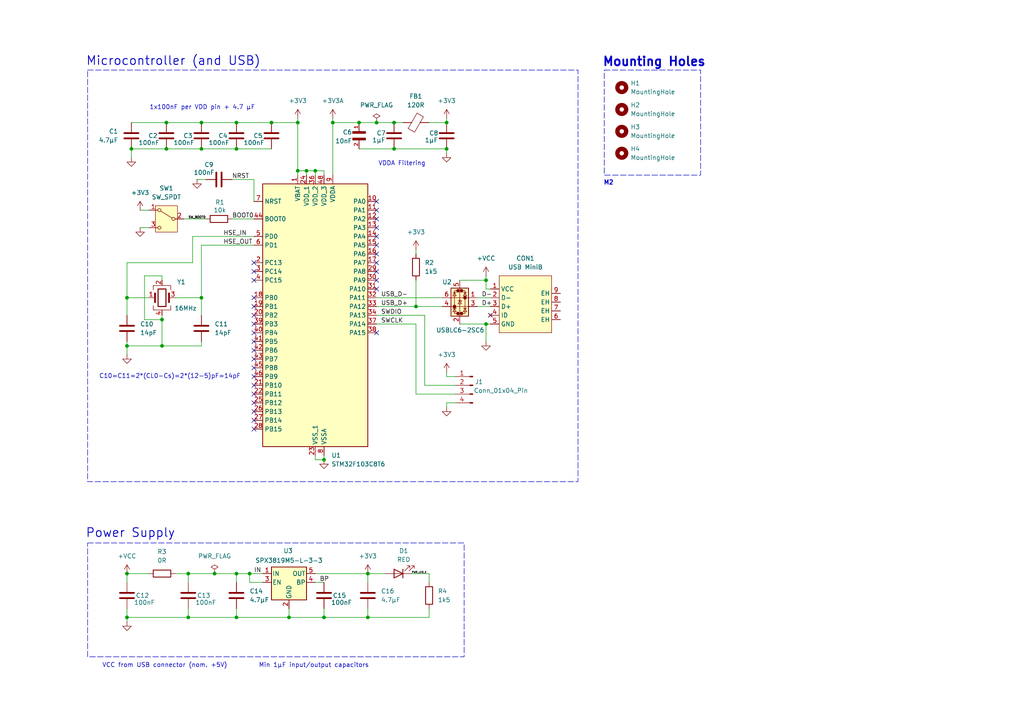
<source format=kicad_sch>
(kicad_sch (version 20250114) (generator "eeschema") (generator_version "9.0")
  (paper "A4")
  (title_block (title "STM32F103C8T6 Breakout board") (date "2025-11-06") (rev "1") (company "Lovro Dvorski") (comment 1 "PTP Seminarski rad"))
  (lib_symbols
    (symbol "Capacitor 100nF:06035C104K4T2A" (pin_names (offset 1.016))
      (property "Reference" "C" (at 0 3.8109 0))
      (property "Value" "06035C104K4T2A" (at 0 -5.0885 0))
      (symbol "06035C104K4T2A_0_0"
        (rectangle (start 0 -1.9069) (end 0.635 1.905) (stroke (width 0.1)) (fill (type outline)))
        (rectangle (start 1.9069 -1.9069) (end 2.54 1.905) (stroke (width 0.1)) (fill (type outline)))
        (pin passive line (at -2.54 0 0) (length 2.54) (name "~") (number "1"))
        (pin passive line (at 5.08 0 180) (length 2.54) (name "~") (number "2"))
      )
    )
    (symbol "Connector:Conn_01x04_Pin" (pin_names (offset 1.016) (hide yes))
      (property "Reference" "J" (at 0 5.08 0))
      (property "Value" "Conn_01x04_Pin" (at 0 -7.62 0))
      (symbol "Conn_01x04_Pin_1_1"
        (rectangle (start 0.8636 2.667) (end 0 2.413) (stroke (width 0.1524)) (fill (type outline)))
        (rectangle (start 0.8636 0.127) (end 0 -0.127) (stroke (width 0.1524)) (fill (type outline)))
        (rectangle (start 0.8636 -2.413) (end 0 -2.667) (stroke (width 0.1524)) (fill (type outline)))
        (rectangle (start 0.8636 -4.953) (end 0 -5.207) (stroke (width 0.1524)) (fill (type outline)))
        (polyline (pts (xy 1.27 2.54) (xy 0.8636 2.54)) (stroke (width 0.1524)))
        (polyline (pts (xy 1.27 0) (xy 0.8636 0)) (stroke (width 0.1524)))
        (polyline (pts (xy 1.27 -2.54) (xy 0.8636 -2.54)) (stroke (width 0.1524)))
        (polyline (pts (xy 1.27 -5.08) (xy 0.8636 -5.08)) (stroke (width 0.1524)))
        (pin passive line (at 5.08 2.54 180) (length 3.81) (name "Pin_1") (number "1"))
        (pin passive line (at 5.08 0 180) (length 3.81) (name "Pin_2") (number "2"))
        (pin passive line (at 5.08 -2.54 180) (length 3.81) (name "Pin_3") (number "3"))
        (pin passive line (at 5.08 -5.08 180) (length 3.81) (name "Pin_4") (number "4"))
      )
    )
    (symbol "Device:C" (pin_numbers (hide yes)) (pin_names (offset 0.254))
      (property "Reference" "C" (at 0.635 2.54 0))
      (property "Value" "C" (at 0.635 -2.54 0))
      (symbol "C_0_1"
        (polyline (pts (xy -2.032 0.762) (xy 2.032 0.762)) (stroke (width 0.508)))
        (polyline (pts (xy -2.032 -0.762) (xy 2.032 -0.762)) (stroke (width 0.508)))
      )
      (symbol "C_1_1"
        (pin passive line (at 0 3.81 270) (length 2.794) (name "~") (number "1"))
        (pin passive line (at 0 -3.81 90) (length 2.794) (name "~") (number "2"))
      )
    )
    (symbol "Device:Crystal_GND24" (pin_names (offset 1.016) (hide yes))
      (property "Reference" "Y" (at 3.175 5.08 0))
      (property "Value" "Crystal_GND24" (at 3.175 3.175 0))
      (symbol "Crystal_GND24_0_1"
        (polyline (pts (xy -2.54 2.286) (xy -2.54 3.556) (xy 2.54 3.556) (xy 2.54 2.286)))
        (polyline (pts (xy -2.54 0) (xy -2.032 0)))
        (polyline (pts (xy -2.54 -2.286) (xy -2.54 -3.556) (xy 2.54 -3.556) (xy 2.54 -2.286)))
        (polyline (pts (xy -2.032 -1.27) (xy -2.032 1.27)) (stroke (width 0.508)))
        (rectangle (start -1.143 2.54) (end 1.143 -2.54) (stroke (width 0.3048)))
        (polyline (pts (xy 0 3.556) (xy 0 3.81)))
        (polyline (pts (xy 0 -3.81) (xy 0 -3.556)))
        (polyline (pts (xy 2.032 0) (xy 2.54 0)))
        (polyline (pts (xy 2.032 -1.27) (xy 2.032 1.27)) (stroke (width 0.508)))
      )
      (symbol "Crystal_GND24_1_1"
        (pin passive line (at -3.81 0 0) (length 1.27) (name "1") (number "1"))
        (pin passive line (at 0 5.08 270) (length 1.27) (name "2") (number "2"))
        (pin passive line (at 0 -5.08 90) (length 1.27) (name "4") (number "4"))
        (pin passive line (at 3.81 0 180) (length 1.27) (name "3") (number "3"))
      )
    )
    (symbol "Device:FerriteBead" (pin_numbers (hide yes)) (pin_names (offset 0))
      (property "Reference" "FB" (at -3.81 0.635 90))
      (property "Value" "FerriteBead" (at 3.81 0 90))
      (symbol "FerriteBead_0_1"
        (polyline (pts (xy -2.7686 0.4064) (xy -1.7018 2.2606) (xy 2.7686 -0.3048) (xy 1.6764 -2.159) (xy -2.7686 0.4064)))
        (polyline (pts (xy 0 1.27) (xy 0 1.2954)))
        (polyline (pts (xy 0 -1.27) (xy 0 -1.2192)))
      )
      (symbol "FerriteBead_1_1"
        (pin passive line (at 0 3.81 270) (length 2.54) (name "~") (number "1"))
        (pin passive line (at 0 -3.81 90) (length 2.54) (name "~") (number "2"))
      )
    )
    (symbol "Device:LED" (pin_numbers (hide yes)) (pin_names (offset 1.016) (hide yes))
      (property "Reference" "D" (at 0 2.54 0))
      (property "Value" "LED" (at 0 -2.54 0))
      (symbol "LED_0_1"
        (polyline (pts (xy -3.048 -0.762) (xy -4.572 -2.286) (xy -3.81 -2.286) (xy -4.572 -2.286) (xy -4.572 -1.524)))
        (polyline (pts (xy -1.778 -0.762) (xy -3.302 -2.286) (xy -2.54 -2.286) (xy -3.302 -2.286) (xy -3.302 -1.524)))
        (polyline (pts (xy -1.27 0) (xy 1.27 0)))
        (polyline (pts (xy -1.27 -1.27) (xy -1.27 1.27)) (stroke (width 0.254)))
        (polyline (pts (xy 1.27 -1.27) (xy 1.27 1.27) (xy -1.27 0) (xy 1.27 -1.27)) (stroke (width 0.254)))
      )
      (symbol "LED_1_1"
        (pin passive line (at -3.81 0 0) (length 2.54) (name "K") (number "1"))
        (pin passive line (at 3.81 0 180) (length 2.54) (name "A") (number "2"))
      )
    )
    (symbol "Device:R" (pin_numbers (hide yes)) (pin_names (offset 0))
      (property "Reference" "R" (at 2.032 0 90))
      (property "Value" "R" (at 0 0 90))
      (symbol "R_0_1"
        (rectangle (start -1.016 -2.54) (end 1.016 2.54) (stroke (width 0.254)))
      )
      (symbol "R_1_1"
        (pin passive line (at 0 3.81 270) (length 1.27) (name "~") (number "1"))
        (pin passive line (at 0 -3.81 90) (length 1.27) (name "~") (number "2"))
      )
    )
    (symbol "MCU_ST_STM32F1:STM32F103C8Tx"
      (property "Reference" "U1" (at 4.6833 -40.64 0))
      (property "Value" "STM32F103C8T6" (at 4.6833 -43.18 0))
      (symbol "STM32F103C8Tx_0_1"
        (rectangle (start -15.24 38.1) (end 15.24 -38.1) (stroke (width 0.254)) (fill (type background)))
      )
      (symbol "STM32F103C8Tx_1_1"
        (pin input line (at -17.78 33.02 0) (length 2.54) (name "NRST") (number "7"))
        (pin input line (at -17.78 27.94 0) (length 2.54) (name "BOOT0") (number "44"))
        (pin bidirectional line (at -17.78 22.86 0) (length 2.54) (name "PD0") (number "5"))
        (pin bidirectional line (at -17.78 20.32 0) (length 2.54) (name "PD1") (number "6"))
        (pin bidirectional line (at -17.78 15.24 0) (length 2.54) (name "PC13") (number "2"))
        (pin bidirectional line (at -17.78 12.7 0) (length 2.54) (name "PC14") (number "3"))
        (pin bidirectional line (at -17.78 10.16 0) (length 2.54) (name "PC15") (number "4"))
        (pin bidirectional line (at -17.78 5.08 0) (length 2.54) (name "PB0") (number "18"))
        (pin bidirectional line (at -17.78 2.54 0) (length 2.54) (name "PB1") (number "19"))
        (pin bidirectional line (at -17.78 0 0) (length 2.54) (name "PB2") (number "20"))
        (pin bidirectional line (at -17.78 -2.54 0) (length 2.54) (name "PB3") (number "39"))
        (pin bidirectional line (at -17.78 -5.08 0) (length 2.54) (name "PB4") (number "40"))
        (pin bidirectional line (at -17.78 -7.62 0) (length 2.54) (name "PB5") (number "41"))
        (pin bidirectional line (at -17.78 -10.16 0) (length 2.54) (name "PB6") (number "42"))
        (pin bidirectional line (at -17.78 -12.7 0) (length 2.54) (name "PB7") (number "43"))
        (pin bidirectional line (at -17.78 -15.24 0) (length 2.54) (name "PB8") (number "45"))
        (pin bidirectional line (at -17.78 -17.78 0) (length 2.54) (name "PB9") (number "46"))
        (pin bidirectional line (at -17.78 -20.32 0) (length 2.54) (name "PB10") (number "21"))
        (pin bidirectional line (at -17.78 -22.86 0) (length 2.54) (name "PB11") (number "22"))
        (pin bidirectional line (at -17.78 -25.4 0) (length 2.54) (name "PB12") (number "25"))
        (pin bidirectional line (at -17.78 -27.94 0) (length 2.54) (name "PB13") (number "26"))
        (pin bidirectional line (at -17.78 -30.48 0) (length 2.54) (name "PB14") (number "27"))
        (pin bidirectional line (at -17.78 -33.02 0) (length 2.54) (name "PB15") (number "28"))
        (pin power_in line (at -5.08 40.64 270) (length 2.54) (name "VBAT") (number "1"))
        (pin power_in line (at -2.54 40.64 270) (length 2.54) (name "VDD_1") (number "24"))
        (pin power_in line (at 0 40.64 270) (length 2.54) (name "VDD_2") (number "36"))
        (pin power_in line (at 0 -40.64 90) (length 2.54) (name "VSS_1") (number "23"))
        (pin passive line (at 0 -40.64 90) (length 2.54) (hide yes) (name "VSS_2") (number "35"))
        (pin passive line (at 0 -40.64 90) (length 2.54) (hide yes) (name "VSS_3") (number "47"))
        (pin power_in line (at 2.54 40.64 270) (length 2.54) (name "VDD_3") (number "48"))
        (pin power_in line (at 2.54 -40.64 90) (length 2.54) (name "VSSA") (number "8"))
        (pin power_in line (at 5.08 40.64 270) (length 2.54) (name "VDDA") (number "9"))
        (pin bidirectional line (at 17.78 33.02 180) (length 2.54) (name "PA0") (number "10"))
        (pin bidirectional line (at 17.78 30.48 180) (length 2.54) (name "PA1") (number "11"))
        (pin bidirectional line (at 17.78 27.94 180) (length 2.54) (name "PA2") (number "12"))
        (pin bidirectional line (at 17.78 25.4 180) (length 2.54) (name "PA3") (number "13"))
        (pin bidirectional line (at 17.78 22.86 180) (length 2.54) (name "PA4") (number "14"))
        (pin bidirectional line (at 17.78 20.32 180) (length 2.54) (name "PA5") (number "15"))
        (pin bidirectional line (at 17.78 17.78 180) (length 2.54) (name "PA6") (number "16"))
        (pin bidirectional line (at 17.78 15.24 180) (length 2.54) (name "PA7") (number "17"))
        (pin bidirectional line (at 17.78 12.7 180) (length 2.54) (name "PA8") (number "29"))
        (pin bidirectional line (at 17.78 10.16 180) (length 2.54) (name "PA9") (number "30"))
        (pin bidirectional line (at 17.78 7.62 180) (length 2.54) (name "PA10") (number "31"))
        (pin bidirectional line (at 17.78 5.08 180) (length 2.54) (name "PA11") (number "32"))
        (pin bidirectional line (at 17.78 2.54 180) (length 2.54) (name "PA12") (number "33"))
        (pin bidirectional line (at 17.78 0 180) (length 2.54) (name "PA13") (number "34"))
        (pin bidirectional line (at 17.78 -2.54 180) (length 2.54) (name "PA14") (number "37"))
        (pin bidirectional line (at 17.78 -5.08 180) (length 2.54) (name "PA15") (number "38"))
      )
    )
    (symbol "Mechanical:MountingHole" (pin_names (offset 1.016)) (in_bom no)
      (property "Reference" "H" (at 0 5.08 0))
      (property "Value" "MountingHole" (at 0 3.175 0))
      (symbol "MountingHole_0_1"
        (circle (center 0 0) (radius 1.27) (stroke (width 1.27)))
      )
    )
    (symbol "PTP_Projekt:KH-MINI-SMT-5P-Cu"
      (property "Reference" "CON1" (at 7.62 5.08 0))
      (property "Value" "USB MiniB" (at 7.62 2.54 0))
      (symbol "KH-MINI-SMT-5P-Cu_0_0"
        (pin power_out line (at -2.54 -3.81 0) (length 2.54) (name "VCC") (number "1"))
        (pin input line (at -2.54 -6.35 0) (length 2.54) (name "D-") (number "2"))
        (pin output line (at -2.54 -8.89 0) (length 2.54) (name "D+") (number "3"))
        (pin passive line (at -2.54 -13.97 0) (length 2.54) (name "GND") (number "5"))
        (pin free line (at 17.78 -5.08 180) (length 2.54) (name "EH") (number "9"))
        (pin free line (at 17.78 -7.62 180) (length 2.54) (name "EH") (number "8"))
        (pin free line (at 17.78 -10.16 180) (length 2.54) (name "EH") (number "7"))
        (pin free line (at 17.78 -12.7 180) (length 2.54) (name "EH") (number "6"))
      )
      (symbol "KH-MINI-SMT-5P-Cu_1_0"
        (pin no_connect line (at -2.54 -11.43 0) (length 2.54) (name "ID") (number "4"))
      )
      (symbol "KH-MINI-SMT-5P-Cu_1_1"
        (rectangle (start 0 0) (end 15.24 -16.51) (fill (type color) (color 255 255 194 1)))
      )
    )
    (symbol "Power_Protection:USBLC6-2SC6" (pin_names (hide yes))
      (property "Reference" "U" (at 0.635 5.715 0))
      (property "Value" "USBLC6-2SC6" (at 0.635 3.81 0))
      (symbol "USBLC6-2SC6_0_0"
        (circle (center -1.524 0) (radius 0.0001) (stroke (width 0.508)))
        (circle (center -0.508 2.032) (radius 0.0001) (stroke (width 0.508)))
        (circle (center -0.508 -4.572) (radius 0.0001) (stroke (width 0.508)))
        (circle (center 0.508 2.032) (radius 0.0001) (stroke (width 0.508)))
        (circle (center 0.508 -4.572) (radius 0.0001) (stroke (width 0.508)))
        (circle (center 1.524 -2.54) (radius 0.0001) (stroke (width 0.508)))
      )
      (symbol "USBLC6-2SC6_0_1"
        (polyline (pts (xy -2.54 0) (xy 2.54 0)))
        (polyline (pts (xy -2.54 -2.54) (xy 2.54 -2.54)))
        (polyline (pts (xy -2.032 0.508) (xy -1.016 0.508) (xy -1.524 1.524) (xy -2.032 0.508)))
        (polyline (pts (xy -2.032 -3.048) (xy -1.016 -3.048)))
        (polyline (pts (xy -1.016 1.524) (xy -2.032 1.524)))
        (polyline (pts (xy -1.016 -4.064) (xy -2.032 -4.064) (xy -1.524 -3.048) (xy -1.016 -4.064)))
        (polyline (pts (xy -0.508 -1.143) (xy -0.508 -0.762) (xy 0.508 -0.762)))
        (polyline (pts (xy 0 2.54) (xy -0.508 2.032) (xy 0.508 2.032) (xy 0 1.524) (xy 0 -4.064) (xy -0.508 -4.572) (xy 0.508 -4.572) (xy 0 -5.08)))
        (polyline (pts (xy 0.508 -1.778) (xy -0.508 -1.778) (xy 0 -0.762) (xy 0.508 -1.778)))
        (polyline (pts (xy 1.016 1.524) (xy 2.032 1.524)))
        (polyline (pts (xy 1.016 -3.048) (xy 2.032 -3.048)))
        (polyline (pts (xy 2.032 0.508) (xy 1.016 0.508) (xy 1.524 1.524) (xy 2.032 0.508)))
        (polyline (pts (xy 2.032 -4.064) (xy 1.016 -4.064) (xy 1.524 -3.048) (xy 2.032 -4.064)))
      )
      (symbol "USBLC6-2SC6_1_1"
        (rectangle (start -2.54 2.794) (end 2.54 -5.334) (stroke (width 0.254)) (fill (type background)))
        (polyline (pts (xy -0.508 2.032) (xy -1.524 2.032) (xy -1.524 -4.572) (xy -0.508 -4.572)))
        (polyline (pts (xy 0.508 -4.572) (xy 1.524 -4.572) (xy 1.524 2.032) (xy 0.508 2.032)))
        (pin passive line (at -5.08 0 0) (length 2.54) (name "I/O1") (number "1"))
        (pin passive line (at -5.08 -2.54 0) (length 2.54) (name "I/O2") (number "3"))
        (pin passive line (at 0 5.08 270) (length 2.54) (name "VBUS") (number "5"))
        (pin passive line (at 0 -7.62 90) (length 2.54) (name "GND") (number "2"))
        (pin passive line (at 5.08 0 180) (length 2.54) (name "I/O1") (number "6"))
        (pin passive line (at 5.08 -2.54 180) (length 2.54) (name "I/O2") (number "4"))
      )
    )
    (symbol "Regulator_Linear:SPX3819M5-L-3-3" (pin_names (offset 0.254))
      (property "Reference" "U" (at -3.81 5.715 0))
      (property "Value" "SPX3819M5-L-3-3" (at 0 5.715 0))
      (symbol "SPX3819M5-L-3-3_0_1"
        (rectangle (start -5.08 4.445) (end 5.08 -5.08) (stroke (width 0.254)) (fill (type background)))
      )
      (symbol "SPX3819M5-L-3-3_1_1"
        (pin power_in line (at -7.62 2.54 0) (length 2.54) (name "IN") (number "1"))
        (pin input line (at -7.62 0 0) (length 2.54) (name "EN") (number "3"))
        (pin power_in line (at 0 -7.62 90) (length 2.54) (name "GND") (number "2"))
        (pin power_out line (at 7.62 2.54 180) (length 2.54) (name "OUT") (number "5"))
        (pin input line (at 7.62 0 180) (length 2.54) (name "BP") (number "4"))
      )
    )
    (symbol "Switch:SW_SPDT" (pin_names (offset 0) (hide yes))
      (property "Reference" "SW" (at 0 5.08 0))
      (property "Value" "SW_SPDT" (at 0 -5.08 0))
      (symbol "SW_SPDT_0_1"
        (circle (center -2.032 0) (radius 0.4572))
        (polyline (pts (xy -1.651 0.254) (xy 1.651 2.286)))
        (circle (center 2.032 2.54) (radius 0.4572))
        (circle (center 2.032 -2.54) (radius 0.4572))
      )
      (symbol "SW_SPDT_1_1"
        (rectangle (start -3.175 3.81) (end 3.175 -3.81) (fill (type background)))
        (pin passive line (at -5.08 0 0) (length 2.54) (name "B") (number "2"))
        (pin passive line (at 5.08 2.54 180) (length 2.54) (name "A") (number "1"))
        (pin passive line (at 5.08 -2.54 180) (length 2.54) (name "C") (number "3"))
      )
    )
    (symbol "power:+3V3" (power) (pin_numbers (hide yes)) (pin_names (offset 0) (hide yes))
      (property "Value" "+3V3" (at 0 3.556 0))
      (symbol "+3V3_0_1"
        (polyline (pts (xy -0.762 1.27) (xy 0 2.54)))
        (polyline (pts (xy 0 2.54) (xy 0.762 1.27)))
        (polyline (pts (xy 0 0) (xy 0 2.54)))
      )
      (symbol "+3V3_1_1"
        (pin power_in line (at 0 0 90) (length 0) (name "~") (number "1"))
      )
    )
    (symbol "power:GND" (power) (pin_numbers (hide yes)) (pin_names (offset 0) (hide yes))
      (property "Value" "GND" (at 0 -3.81 0))
      (symbol "GND_0_1"
        (polyline (pts (xy 0 0) (xy 0 -1.27) (xy 1.27 -1.27) (xy 0 -2.54) (xy -1.27 -1.27) (xy 0 -1.27)))
      )
      (symbol "GND_1_1"
        (pin power_in line (at 0 0 270) (length 0) (name "~") (number "1"))
      )
    )
    (symbol "power:PWR_FLAG" (power) (pin_numbers (hide yes)) (pin_names (offset 0) (hide yes))
      (property "Value" "PWR_FLAG" (at 0 3.81 0))
      (symbol "PWR_FLAG_0_0"
        (pin power_out line (at 0 0 90) (length 0) (name "~") (number "1"))
      )
      (symbol "PWR_FLAG_0_1"
        (polyline (pts (xy 0 0) (xy 0 1.27) (xy -1.016 1.905) (xy 0 2.54) (xy 1.016 1.905) (xy 0 1.27)))
      )
    )
    (symbol "power:VCC" (power) (pin_numbers (hide yes)) (pin_names (offset 0) (hide yes))
      (property "Value" "VCC" (at 0 3.556 0))
      (symbol "VCC_0_1"
        (polyline (pts (xy -0.762 1.27) (xy 0 2.54)))
        (polyline (pts (xy 0 2.54) (xy 0.762 1.27)))
        (polyline (pts (xy 0 0) (xy 0 2.54)))
      )
      (symbol "VCC_1_1"
        (pin power_in line (at 0 0 90) (length 0) (name "~") (number "1"))
      )
    )
  )
  (rectangle (start 25.4 157.48) (end 134.62 190.5) (stroke (width 0) (type dash)))
  (rectangle (start 175.26 20.32) (end 203.2 50.8) (stroke (width 0) (type dash)))
  (rectangle (start 25.4 20.32) (end 167.64 139.7) (stroke (width 0) (type dash)))
  (text "Microcontroller (and USB)" (at 50.292 17.78 0) (effects (font (size 2.54 2.54) (thickness 0.254) (bold yes))))
  (text "Mounting Holes" (at 189.738 18.034 0) (effects (font (size 2.54 2.54) (thickness 0.508) (bold yes))))
  (text "Power Supply" (at 37.846 154.686 0) (effects (font (size 2.54 2.54) (thickness 0.254) (bold yes))))
  (text "M2" (at 176.53 53.086 0) (effects (font (size 1.27 1.27) (thickness 0.254) (bold yes))))
  (text "1x100nF per VDD pin + 4.7 µF" (at 58.674 31.242 0) (effects (font (size 1.27 1.27))))
  (text "VDDA Filtering\n" (at 116.586 47.498 0) (effects (font (size 1.27 1.27))))
  (text "VCC from USB connector (nom. +5V)	Min 1µF input/output capacitors\n" (at 68.326 193.04 0) (effects (font (size 1.27 1.27))))
  (text "C10=C11=2*(CL0-Cs)=2*(12-5)pF=14pF" (at 49.276 109.22 0) (effects (font (size 1.27 1.27))))
  (junction (at 88.9 49.53))
  (junction (at 36.83 179.07))
  (junction (at 106.68 166.37))
  (junction (at 140.97 81.28))
  (junction (at 68.58 179.07))
  (junction (at 36.83 166.37))
  (junction (at 96.52 35.56))
  (junction (at 58.42 35.56))
  (junction (at 36.83 86.36))
  (junction (at 129.54 43.18))
  (junction (at 46.99 92.71))
  (junction (at 104.14 35.56))
  (junction (at 68.58 35.56))
  (junction (at 54.61 166.37))
  (junction (at 68.58 166.37))
  (junction (at 58.42 86.36))
  (junction (at 58.42 43.18))
  (junction (at 48.26 35.56))
  (junction (at 114.3 35.56))
  (junction (at 46.99 100.33))
  (junction (at 106.68 179.07))
  (junction (at 109.22 35.56))
  (junction (at 62.23 166.37))
  (junction (at 78.74 35.56))
  (junction (at 114.3 43.18))
  (junction (at 129.54 35.56))
  (junction (at 72.39 166.37))
  (junction (at 86.36 49.53))
  (junction (at 93.98 133.35))
  (junction (at 140.97 93.98))
  (junction (at 68.58 43.18))
  (junction (at 38.1 43.18))
  (junction (at 91.44 49.53))
  (junction (at 120.65 88.9))
  (junction (at 83.82 179.07))
  (junction (at 36.83 100.33))
  (junction (at 48.26 43.18))
  (junction (at 54.61 179.07))
  (junction (at 86.36 35.56))
  (junction (at 93.98 179.07))
  (no_connect (at 73.66 91.44))
  (no_connect (at 109.22 66.04))
  (no_connect (at 73.66 119.38))
  (no_connect (at 73.66 109.22))
  (no_connect (at 109.22 76.2))
  (no_connect (at 73.66 104.14))
  (no_connect (at 109.22 96.52))
  (no_connect (at 109.22 78.74))
  (no_connect (at 73.66 86.36))
  (no_connect (at 109.22 60.96))
  (no_connect (at 73.66 96.52))
  (no_connect (at 73.66 121.92))
  (no_connect (at 109.22 73.66))
  (no_connect (at 73.66 93.98))
  (no_connect (at 73.66 124.46))
  (no_connect (at 109.22 63.5))
  (no_connect (at 109.22 81.28))
  (no_connect (at 109.22 68.58))
  (no_connect (at 73.66 111.76))
  (no_connect (at 73.66 78.74))
  (no_connect (at 142.24 91.44))
  (no_connect (at 73.66 76.2))
  (no_connect (at 73.66 99.06))
  (no_connect (at 109.22 71.12))
  (no_connect (at 109.22 58.42))
  (no_connect (at 73.66 106.68))
  (no_connect (at 73.66 88.9))
  (no_connect (at 109.22 83.82))
  (no_connect (at 73.66 81.28))
  (no_connect (at 73.66 114.3))
  (no_connect (at 73.66 116.84))
  (no_connect (at 73.66 101.6))
  (wire (pts (xy 36.83 86.36) (xy 36.83 91.44)))
  (wire (pts (xy 109.22 86.36) (xy 128.27 86.36)))
  (wire (pts (xy 36.83 179.07) (xy 54.61 179.07)))
  (wire (pts (xy 83.82 176.53) (xy 83.82 179.07)))
  (wire (pts (xy 83.82 179.07) (xy 93.98 179.07)))
  (wire (pts (xy 88.9 50.8) (xy 88.9 49.53)))
  (wire (pts (xy 55.88 68.58) (xy 73.66 68.58)))
  (wire (pts (xy 40.64 66.04) (xy 43.18 66.04)))
  (wire (pts (xy 58.42 86.36) (xy 58.42 91.44)))
  (wire (pts (xy 36.83 166.37) (xy 43.18 166.37)))
  (wire (pts (xy 88.9 49.53) (xy 86.36 49.53)))
  (wire (pts (xy 109.22 88.9) (xy 120.65 88.9)))
  (wire (pts (xy 76.2 168.91) (xy 72.39 168.91)))
  (wire (pts (xy 132.08 114.3) (xy 120.65 114.3)))
  (wire (pts (xy 91.44 166.37) (xy 106.68 166.37)))
  (wire (pts (xy 38.1 43.18) (xy 48.26 43.18)))
  (wire (pts (xy 58.42 100.33) (xy 46.99 100.33)))
  (wire (pts (xy 68.58 166.37) (xy 72.39 166.37)))
  (wire (pts (xy 138.43 86.36) (xy 142.24 86.36)))
  (wire (pts (xy 54.61 166.37) (xy 62.23 166.37)))
  (wire (pts (xy 46.99 80.01) (xy 46.99 81.28)))
  (wire (pts (xy 36.83 100.33) (xy 36.83 102.87)))
  (wire (pts (xy 36.83 179.07) (xy 36.83 180.34)))
  (wire (pts (xy 93.98 132.08) (xy 93.98 133.35)))
  (wire (pts (xy 120.65 81.28) (xy 120.65 88.9)))
  (wire (pts (xy 36.83 86.36) (xy 43.18 86.36)))
  (wire (pts (xy 129.54 116.84) (xy 129.54 118.11)))
  (wire (pts (xy 140.97 83.82) (xy 142.24 83.82)))
  (wire (pts (xy 120.65 72.39) (xy 120.65 73.66)))
  (wire (pts (xy 120.65 114.3) (xy 120.65 93.98)))
  (wire (pts (xy 109.22 35.56) (xy 114.3 35.56)))
  (wire (pts (xy 119.38 166.37) (xy 124.46 166.37)))
  (wire (pts (xy 114.3 43.18) (xy 129.54 43.18)))
  (wire (pts (xy 73.66 52.07) (xy 73.66 58.42)))
  (wire (pts (xy 54.61 168.91) (xy 54.61 166.37)))
  (wire (pts (xy 96.52 35.56) (xy 104.14 35.56)))
  (wire (pts (xy 54.61 179.07) (xy 54.61 176.53)))
  (wire (pts (xy 96.52 34.29) (xy 96.52 35.56)))
  (wire (pts (xy 76.2 166.37) (xy 72.39 166.37)))
  (wire (pts (xy 36.83 76.2) (xy 55.88 76.2)))
  (wire (pts (xy 62.23 166.37) (xy 68.58 166.37)))
  (wire (pts (xy 140.97 81.28) (xy 140.97 83.82)))
  (wire (pts (xy 38.1 45.72) (xy 38.1 43.18)))
  (wire (pts (xy 78.74 35.56) (xy 86.36 35.56)))
  (wire (pts (xy 91.44 133.35) (xy 93.98 133.35)))
  (wire (pts (xy 91.44 50.8) (xy 91.44 49.53)))
  (wire (pts (xy 93.98 49.53) (xy 91.44 49.53)))
  (wire (pts (xy 129.54 109.22) (xy 132.08 109.22)))
  (wire (pts (xy 106.68 179.07) (xy 124.46 179.07)))
  (wire (pts (xy 48.26 43.18) (xy 58.42 43.18)))
  (wire (pts (xy 123.19 111.76) (xy 123.19 91.44)))
  (wire (pts (xy 72.39 168.91) (xy 72.39 166.37)))
  (wire (pts (xy 68.58 179.07) (xy 83.82 179.07)))
  (wire (pts (xy 46.99 92.71) (xy 46.99 100.33)))
  (wire (pts (xy 68.58 166.37) (xy 68.58 168.91)))
  (wire (pts (xy 67.31 52.07) (xy 73.66 52.07)))
  (wire (pts (xy 36.83 176.53) (xy 36.83 179.07)))
  (wire (pts (xy 140.97 93.98) (xy 142.24 93.98)))
  (wire (pts (xy 46.99 80.01) (xy 41.91 80.01)))
  (wire (pts (xy 91.44 49.53) (xy 88.9 49.53)))
  (wire (pts (xy 93.98 179.07) (xy 106.68 179.07)))
  (wire (pts (xy 93.98 50.8) (xy 93.98 49.53)))
  (wire (pts (xy 114.3 35.56) (xy 116.84 35.56)))
  (wire (pts (xy 36.83 76.2) (xy 36.83 86.36)))
  (wire (pts (xy 140.97 80.01) (xy 140.97 81.28)))
  (wire (pts (xy 68.58 43.18) (xy 78.74 43.18)))
  (wire (pts (xy 133.35 81.28) (xy 140.97 81.28)))
  (wire (pts (xy 138.43 88.9) (xy 142.24 88.9)))
  (wire (pts (xy 68.58 35.56) (xy 78.74 35.56)))
  (wire (pts (xy 68.58 176.53) (xy 68.58 179.07)))
  (wire (pts (xy 124.46 179.07) (xy 124.46 176.53)))
  (wire (pts (xy 109.22 93.98) (xy 120.65 93.98)))
  (wire (pts (xy 58.42 99.06) (xy 58.42 100.33)))
  (wire (pts (xy 86.36 35.56) (xy 86.36 49.53)))
  (wire (pts (xy 106.68 166.37) (xy 111.76 166.37)))
  (wire (pts (xy 55.88 68.58) (xy 55.88 76.2)))
  (wire (pts (xy 91.44 132.08) (xy 91.44 133.35)))
  (wire (pts (xy 57.15 52.07) (xy 59.69 52.07)))
  (wire (pts (xy 53.34 63.5) (xy 59.69 63.5)))
  (wire (pts (xy 41.91 92.71) (xy 46.99 92.71)))
  (wire (pts (xy 46.99 92.71) (xy 46.99 91.44)))
  (wire (pts (xy 104.14 35.56) (xy 109.22 35.56)))
  (wire (pts (xy 104.14 43.18) (xy 114.3 43.18)))
  (wire (pts (xy 36.83 99.06) (xy 36.83 100.33)))
  (wire (pts (xy 58.42 71.12) (xy 58.42 86.36)))
  (wire (pts (xy 38.1 35.56) (xy 48.26 35.56)))
  (wire (pts (xy 132.08 111.76) (xy 123.19 111.76)))
  (wire (pts (xy 67.31 63.5) (xy 73.66 63.5)))
  (wire (pts (xy 50.8 86.36) (xy 58.42 86.36)))
  (wire (pts (xy 40.64 60.96) (xy 43.18 60.96)))
  (wire (pts (xy 48.26 35.56) (xy 58.42 35.56)))
  (wire (pts (xy 36.83 168.91) (xy 36.83 166.37)))
  (wire (pts (xy 50.8 166.37) (xy 54.61 166.37)))
  (wire (pts (xy 58.42 43.18) (xy 68.58 43.18)))
  (wire (pts (xy 54.61 179.07) (xy 68.58 179.07)))
  (wire (pts (xy 106.68 168.91) (xy 106.68 166.37)))
  (wire (pts (xy 124.46 35.56) (xy 129.54 35.56)))
  (wire (pts (xy 129.54 107.95) (xy 129.54 109.22)))
  (wire (pts (xy 124.46 166.37) (xy 124.46 168.91)))
  (wire (pts (xy 140.97 93.98) (xy 140.97 99.06)))
  (wire (pts (xy 133.35 93.98) (xy 140.97 93.98)))
  (wire (pts (xy 129.54 34.29) (xy 129.54 35.56)))
  (wire (pts (xy 129.54 116.84) (xy 132.08 116.84)))
  (wire (pts (xy 41.91 80.01) (xy 41.91 92.71)))
  (wire (pts (xy 120.65 88.9) (xy 128.27 88.9)))
  (wire (pts (xy 106.68 176.53) (xy 106.68 179.07)))
  (wire (pts (xy 129.54 43.18) (xy 129.54 44.45)))
  (wire (pts (xy 93.98 176.53) (xy 93.98 179.07)))
  (wire (pts (xy 86.36 34.29) (xy 86.36 35.56)))
  (wire (pts (xy 58.42 35.56) (xy 68.58 35.56)))
  (wire (pts (xy 91.44 168.91) (xy 93.98 168.91)))
  (wire (pts (xy 46.99 100.33) (xy 36.83 100.33)))
  (wire (pts (xy 96.52 35.56) (xy 96.52 50.8)))
  (wire (pts (xy 86.36 50.8) (xy 86.36 49.53)))
  (wire (pts (xy 58.42 71.12) (xy 73.66 71.12)))
  (wire (pts (xy 109.22 91.44) (xy 123.19 91.44)))
  (label "USB_D-" (at 110.49 86.36 0))
  (label "PWR_LED_K" (at 119.38 166.37 0) (effects (font (size 0.508 0.508))))
  (label "BOOT0" (at 67.31 63.5 0))
  (label "HSE_IN" (at 64.77 68.58 0))
  (label "D+" (at 139.7 88.9 0))
  (label "SWCLK" (at 110.49 93.98 0))
  (label "HSE_OUT" (at 64.77 71.12 0))
  (label "SWDIO" (at 110.49 91.44 0))
  (label "NRST" (at 67.31 52.07 0))
  (label "USB_D+" (at 110.49 88.9 0))
  (label "D-" (at 139.7 86.36 0))
  (label "SW_BOOT0" (at 54.61 63.5 0) (effects (font (size 0.635 0.635))))
  (label "IN" (at 73.66 166.37 0))
  (label "BP" (at 92.71 168.91 0))
  (symbol (lib_id "Device:C") (at 129.54 39.37 0) (unit 1)
    (property "Reference" "C8" (at 124.46 38.608 0) (effects (justify left)))
    (property "Value" "1µF" (at 123.19 40.64 0) (effects (justify left)))
    (property "Footprint" "Capacitor_SMD:C_0603_1608Metric" (effects (hide yes)))
    (property "Datasheet" "https://jlcpcb.com/api/file/downloadByFileSystemAccessId/8586178147360378880" (effects (hide yes)))
    (property "Description" "16V 1uF X5R ±10% 0603 Multilayer Ceramic Capacitors MLCC - SMD/SMT ROHS" (effects (hide yes)))
    (property "P/N" "CL10A105KO8NNNC" (effects (hide yes)))
    (property "Manufacturer" "Samsung Electro-Mechanics" (effects (hide yes)))
    (property "JLCPCB P#" "C1592" (effects (hide yes)))
  )
  (symbol (lib_id "Device:R") (at 63.5 63.5 90) (unit 1)
    (property "Reference" "R1" (at 63.754 58.674 90))
    (property "Value" "10k" (at 63.754 60.96 90))
    (property "Footprint" "Resistor_SMD:R_1206_3216Metric" (effects (hide yes)))
    (property "Datasheet" "https://jlcpcb.com/api/file/downloadByFileSystemAccessId/8586177285863325696" (effects (hide yes)))
    (property "Description" "-55℃~+155℃ 10kΩ 200V 250mW Thick Film Resistor ±100ppm/℃ ±5% 1206 Chip Resistor - Surface Mount ROHS" (effects (hide yes)))
    (property "Manufacturer" "UNI-ROYAL(Uniroyal Elec)" (effects (hide yes)))
    (property "P/N" "1206W4J0103T5E" (effects (hide yes)))
    (property "JLCPCB P#" "C1489" (effects (hide yes)))
  )
  (symbol (lib_id "power:GND") (at 36.83 180.34 0) (unit 1)
    (property "Reference" "#PWR010" (effects (hide yes)))
    (property "Value" "GND" (effects (hide yes)))
    (property "Description" "Power symbol creates a global label with name \"GND\" , ground" (effects (hide yes)))
  )
  (symbol (lib_id "Device:C") (at 58.42 39.37 0) (mirror y) (unit 1)
    (property "Reference" "C3" (at 55.88 39.37 0) (effects (justify left)))
    (property "Value" "100nF" (at 56.388 41.402 0) (effects (justify left)))
    (property "Footprint" "Capacitor_SMD:C_0402_1005Metric" (effects (hide yes)))
    (property "Datasheet" "https://jlcpcb.com/api/file/downloadByFileSystemAccessId/8579707269996871680" (effects (hide yes)))
    (property "Description" "100nF 16V X7R ±10% 0402 Multilayer Ceramic Capacitors MLCC - SMD/SMT ROHS" (effects (hide yes)))
    (property "Manufacturer" " Samsung Electro-Mechanics" (effects (hide yes)))
    (property "P/N" "CL05B104KO5NNNC" (effects (hide yes)))
    (property "JLCPCB P#" "C1525" (effects (hide yes)))
  )
  (symbol (lib_id "Device:R") (at 124.46 172.72 0) (unit 1)
    (property "Reference" "R4" (at 127 171.4499 0) (effects (justify left)))
    (property "Value" "1k5" (at 127 173.9899 0) (effects (justify left)))
    (property "Footprint" "Resistor_SMD:R_0805_2012Metric" (effects (hide yes)))
    (property "Datasheet" "https://jlcpcb.com/api/file/downloadByFileSystemAccessId/8579706440690286592" (effects (hide yes)))
    (property "Description" "-55℃~+155℃ 1.5kΩ 125mW 150V Thick Film Resistor ±1% ±100ppm/℃ 0805 Chip Resistor - Surface Mount ROHS" (effects (hide yes)))
    (property "Manufacturer" "UNI-ROYAL(Uniroyal Elec)" (effects (hide yes)))
    (property "P/N" "0805W8F1501T5E" (effects (hide yes)))
    (property "JLCPCB P#" "C4310" (effects (hide yes)))
  )
  (symbol (lib_id "Device:C") (at 114.3 39.37 0) (unit 1)
    (property "Reference" "C7" (at 109.22 38.608 0) (effects (justify left)))
    (property "Value" "1µF" (at 107.95 40.64 0) (effects (justify left)))
    (property "Footprint" "Capacitor_SMD:C_0603_1608Metric" (effects (hide yes)))
    (property "Datasheet" "https://jlcpcb.com/api/file/downloadByFileSystemAccessId/8586178147360378880" (effects (hide yes)))
    (property "Description" "16V 1uF X5R ±10% 0603 Multilayer Ceramic Capacitors MLCC - SMD/SMT ROHS" (effects (hide yes)))
    (property "P/N" "CL10A105KO8NNNC" (effects (hide yes)))
    (property "Manufacturer" "Samsung Electro-Mechanics" (effects (hide yes)))
    (property "JLCPCB P#" "C1592" (effects (hide yes)))
  )
  (symbol (lib_id "Device:C") (at 58.42 95.25 0) (unit 1)
    (property "Reference" "C11" (at 62.23 93.9799 0) (effects (justify left)))
    (property "Value" "14pF" (at 62.23 96.5199 0) (effects (justify left)))
    (property "Footprint" "Capacitor_SMD:C_0402_1005Metric" (effects (hide yes)))
    (property "Datasheet" "https://jlcpcb.com/api/file/downloadByFileSystemAccessId/8588905180566073344" (effects (hide yes)))
    (property "Description" "14pF 50V NP0 ±5% 0402 Multilayer Ceramic Capacitors MLCC - SMD/SMT ROHS" (effects (hide yes)))
    (property "Manufacturer" " Walsin Tech Corp" (effects (hide yes)))
    (property "P/N" "0402N140J500CT" (effects (hide yes)))
    (property "JLCPCB P#" "C458857" (effects (hide yes)))
  )
  (symbol (lib_id "power:GND") (at 129.54 44.45 0) (unit 1)
    (property "Reference" "#PWR08" (effects (hide yes)))
    (property "Value" "GND" (effects (hide yes)))
    (property "Description" "Power symbol creates a global label with name \"GND\" , ground" (effects (hide yes)))
  )
  (symbol (lib_id "Device:R") (at 120.65 77.47 0) (unit 1)
    (property "Reference" "R2" (at 123.19 76.1999 0) (effects (justify left)))
    (property "Value" "1k5" (at 123.19 78.7399 0) (effects (justify left)))
    (property "Footprint" "Resistor_SMD:R_0805_2012Metric" (effects (hide yes)))
    (property "Datasheet" "https://jlcpcb.com/api/file/downloadByFileSystemAccessId/8579706440690286592" (effects (hide yes)))
    (property "Description" "-55℃~+155℃ 1.5kΩ 125mW 150V Thick Film Resistor ±1% ±100ppm/℃ 0805 Chip Resistor - Surface Mount ROHS" (effects (hide yes)))
    (property "Manufacturer" "UNI-ROYAL(Uniroyal Elec)" (effects (hide yes)))
    (property "P/N" "0805W8F1501T5E" (effects (hide yes)))
    (property "JLCPCB P#" "C4310" (effects (hide yes)))
  )
  (symbol (lib_id "power:+3V3") (at 129.54 34.29 0) (unit 1)
    (property "Reference" "#PWR015" (effects (hide yes)))
    (property "Value" "+3V3" (at 129.54 29.21 0))
    (property "Description" "Power symbol creates a global label with name \"+3V3\"" (effects (hide yes)))
  )
  (symbol (lib_id "power:GND") (at 38.1 45.72 0) (unit 1)
    (property "Reference" "#PWR07" (effects (hide yes)))
    (property "Value" "GND" (effects (hide yes)))
    (property "Description" "Power symbol creates a global label with name \"GND\" , ground" (effects (hide yes)))
  )
  (symbol (lib_id "power:VCC") (at 36.83 166.37 0) (unit 1)
    (property "Reference" "#PWR04" (effects (hide yes)))
    (property "Value" "+VCC" (at 36.83 161.29 0))
    (property "Description" "Power symbol creates a global label with name \"VCC\"" (effects (hide yes)))
  )
  (symbol (lib_id "Device:C") (at 63.5 52.07 90) (unit 1)
    (property "Reference" "C9" (at 61.976 47.752 90) (effects (justify left)))
    (property "Value" "100nF" (at 62.23 50.038 90) (effects (justify left)))
    (property "Footprint" "Capacitor_SMD:C_0402_1005Metric" (effects (hide yes)))
    (property "Datasheet" "https://jlcpcb.com/api/file/downloadByFileSystemAccessId/8579707269996871680" (effects (hide yes)))
    (property "Description" "100nF 16V X7R ±10% 0402 Multilayer Ceramic Capacitors MLCC - SMD/SMT ROHS" (effects (hide yes)))
    (property "Manufacturer" " Samsung Electro-Mechanics" (effects (hide yes)))
    (property "P/N" "CL05B104KO5NNNC" (effects (hide yes)))
    (property "JLCPCB P#" "C1525" (effects (hide yes)))
  )
  (symbol (lib_id "Mechanical:MountingHole") (at 180.34 31.75 0) (unit 1) (in_bom no)
    (property "Reference" "H2" (at 182.88 30.4799 0) (effects (justify left)))
    (property "Value" "MountingHole" (at 182.88 33.0199 0) (effects (justify left)))
    (property "Footprint" "MountingHole:MountingHole_2.2mm_M2" (effects (hide yes)))
    (property "Description" "Mounting Hole without connection" (effects (hide yes)))
  )
  (symbol (lib_id "PTP_Projekt:KH-MINI-SMT-5P-Cu") (at 144.78 80.01 0) (unit 1)
    (property "Reference" "CON1" (at 152.4 74.93 0))
    (property "Value" "USB MiniB" (at 152.4 77.47 0))
    (property "Footprint" "PTP_Projekt:KH-MINI-SMT-5P-Cu" (effects (hide yes)))
    (property "Datasheet" "kicad-embed://C2688795.pdf" (effects (hide yes)))
    (property "Description" "USB mini B connector" (effects (hide yes)))
    (property "JLCPCB P#" "C2688795" (effects (hide yes)))
  )
  (symbol (lib_id "power:PWR_FLAG") (at 62.23 166.37 0) (unit 1)
    (property "Reference" "#FLG04" (effects (hide yes)))
    (property "Value" "PWR_FLAG" (at 62.23 161.29 0))
    (property "Description" "Special symbol for telling ERC where power comes from" (effects (hide yes)))
  )
  (symbol (lib_id "Mechanical:MountingHole") (at 180.34 38.1 0) (unit 1) (in_bom no)
    (property "Reference" "H3" (at 182.88 36.8299 0) (effects (justify left)))
    (property "Value" "MountingHole" (at 182.88 39.3699 0) (effects (justify left)))
    (property "Footprint" "MountingHole:MountingHole_2.2mm_M2" (effects (hide yes)))
    (property "Description" "Mounting Hole without connection" (effects (hide yes)))
  )
  (symbol (lib_id "Device:C") (at 38.1 39.37 0) (mirror y) (unit 1)
    (property "Reference" "C1" (at 34.29 38.0999 0) (effects (justify left)))
    (property "Value" "4.7µF" (at 34.29 40.6399 0) (effects (justify left)))
    (property "Footprint" "Resistor_SMD:R_0805_2012Metric" (effects (hide yes)))
    (property "Datasheet" "https://jlcpcb.com/api/file/downloadByFileSystemAccessId/8586178171946983424" (effects (hide yes)))
    (property "Description" "16V 4.7uF X5R ±10% 0805 Multilayer Ceramic Capacitors MLCC - SMD/SMT ROHS" (effects (hide yes)))
    (property "Manufacturer" "Samsung Electro-Mechanics" (effects (hide yes)))
    (property "P/N" "CL21A475KOFNNNE" (effects (hide yes)))
    (property "JLCPCB P#" "C1746" (effects (hide yes)))
  )
  (symbol (lib_id "Capacitor 100nF:06035C104K4T2A") (at 104.14 38.1 90) (mirror x) (unit 1)
    (property "Reference" "C6" (at 102.108 38.354 90) (effects (justify left)))
    (property "Value" "10nF" (at 102.108 40.894 90) (effects (justify left)))
    (property "Footprint" "Capacitor_SMD:C_0402_1005Metric" (effects (hide yes)))
    (property "Datasheet" "https://jlcpcb.com/api/file/downloadByFileSystemAccessId/8588894393365368832" (effects (hide yes)))
    (property "Description" "10nF 50V X7R ±10% 0402 Multilayer Ceramic Capacitors MLCC - SMD/SMT ROHS" (effects (hide yes)))
    (property "P/N" "0402B103K500NT" (effects (hide yes)))
    (property "JLCPCB P#" "C1524" (effects (hide yes)))
    (property "Manufacturer" "FH (Guangdong Fenghua Advanced Tech)" (effects (hide yes)))
  )
  (symbol (lib_id "power:+3V3") (at 120.65 72.39 0) (unit 1)
    (property "Reference" "#PWR02" (effects (hide yes)))
    (property "Value" "+3V3" (at 120.65 67.31 0))
    (property "Description" "Power symbol creates a global label with name \"+3V3\"" (effects (hide yes)))
  )
  (symbol (lib_id "Device:Crystal_GND24") (at 46.99 86.36 0) (unit 1)
    (property "Reference" "Y1" (at 52.578 81.788 0))
    (property "Value" "16MHz" (at 53.848 89.408 0))
    (property "Footprint" "Crystal:Crystal_SMD_3225-4Pin_3.2x2.5mm" (effects (hide yes)))
    (property "Datasheet" "https://jlcpcb.com/api/file/downloadByFileSystemAccessId/8588879158093500416" (effects (hide yes)))
    (property "Description" "-40℃~+85℃ 12pF 16MHz Crystal Oscillator ±10ppm ±20ppm SMD3225-4P Crystals ROHS" (effects (hide yes)))
    (property "Manufacturer" "YXC Crystal Oscillators" (effects (hide yes)))
    (property "P/N" "X322516MOB4SI" (effects (hide yes)))
    (property "JLCPCB P#" "C12668" (effects (hide yes)))
  )
  (symbol (lib_id "power:+3V3") (at 96.52 34.29 0) (unit 1)
    (property "Reference" "#PWR016" (effects (hide yes)))
    (property "Value" "+3V3A" (at 96.52 29.21 0))
    (property "Description" "Power symbol creates a global label with name \"+3V3\"" (effects (hide yes)))
  )
  (symbol (lib_id "power:+3V3") (at 40.64 60.96 0) (unit 1)
    (property "Reference" "#PWR018" (effects (hide yes)))
    (property "Value" "+3V3" (at 40.64 55.88 0))
    (property "Description" "Power symbol creates a global label with name \"+3V3\"" (effects (hide yes)))
  )
  (symbol (lib_id "power:GND") (at 129.54 118.11 0) (unit 1)
    (property "Reference" "#PWR023" (effects (hide yes)))
    (property "Value" "GND" (effects (hide yes)))
    (property "Description" "Power symbol creates a global label with name \"GND\" , ground" (effects (hide yes)))
  )
  (symbol (lib_id "power:PWR_FLAG") (at 109.22 35.56 0) (mirror y) (unit 1)
    (property "Reference" "#FLG01" (effects (hide yes)))
    (property "Value" "PWR_FLAG" (at 109.22 30.48 0))
    (property "Description" "Special symbol for telling ERC where power comes from" (effects (hide yes)))
  )
  (symbol (lib_id "Mechanical:MountingHole") (at 180.34 44.45 0) (unit 1) (in_bom no)
    (property "Reference" "H4" (at 182.88 43.1799 0) (effects (justify left)))
    (property "Value" "MountingHole" (at 182.88 45.7199 0) (effects (justify left)))
    (property "Footprint" "MountingHole:MountingHole_2.2mm_M2" (effects (hide yes)))
    (property "Description" "Mounting Hole without connection" (effects (hide yes)))
  )
  (symbol (lib_id "power:GND") (at 36.83 102.87 0) (unit 1)
    (property "Reference" "#PWR020" (effects (hide yes)))
    (property "Value" "GND" (effects (hide yes)))
    (property "Description" "Power symbol creates a global label with name \"GND\" , ground" (effects (hide yes)))
  )
  (symbol (lib_id "Switch:SW_SPDT") (at 48.26 63.5 0) (mirror y) (unit 1)
    (property "Reference" "SW1" (at 48.26 54.61 0))
    (property "Value" "SW_SPDT" (at 48.26 57.15 0))
    (property "Footprint" "PTP_Projekt:K3-1235S-F1" (effects (hide yes)))
    (property "Datasheet" "https://jlcpcb.com/api/file/downloadByFileSystemAccessId/8588893623820177408" (effects (hide yes)))
    (property "Description" "-25℃~+80℃ 10,000 Cycles 3.5mm 3.5mm 300mA 6V 9mm Black Gull Wing Rectangular Columnar SPDT Surface Mount,Vertical SMD,9x3.5mm Slide Switches ROHS" (effects (hide yes)))
    (property "Manufacturer" "Korean Hroparts Elec" (effects (hide yes)))
    (property "JLCPCB P#" "C92660" (effects (hide yes)))
    (property "P/N" "K3-1235S-F1 " (effects (hide yes)))
  )
  (symbol (lib_id "power:GND") (at 140.97 99.06 0) (unit 1)
    (property "Reference" "#PWR021" (effects (hide yes)))
    (property "Value" "GND" (effects (hide yes)))
    (property "Description" "Power symbol creates a global label with name \"GND\" , ground" (effects (hide yes)))
  )
  (symbol (lib_id "Connector:Conn_01x04_Pin") (at 137.16 111.76 0) (mirror y) (unit 1)
    (property "Reference" "J1" (at 138.938 110.744 0))
    (property "Value" "Conn_01x04_Pin" (at 145.288 113.284 0))
    (property "Footprint" "Connector_PinSocket_2.54mm:PinSocket_1x04_P2.54mm_Vertical" (effects (hide yes)))
    (property "Description" "Generic connector, single row, 01x04, script generated" (effects (hide yes)))
  )
  (symbol (lib_id "power:GND") (at 57.15 52.07 0) (unit 1)
    (property "Reference" "#PWR017" (effects (hide yes)))
    (property "Value" "GND" (effects (hide yes)))
    (property "Description" "Power symbol creates a global label with name \"GND\" , ground" (effects (hide yes)))
  )
  (symbol (lib_id "Device:C") (at 54.61 172.72 0) (unit 1)
    (property "Reference" "C13" (at 57.15 172.72 0) (effects (justify left)))
    (property "Value" "100nF" (at 56.642 174.752 0) (effects (justify left)))
    (property "Footprint" "Capacitor_SMD:C_0402_1005Metric" (effects (hide yes)))
    (property "Datasheet" "https://jlcpcb.com/api/file/downloadByFileSystemAccessId/8579707269996871680" (effects (hide yes)))
    (property "Description" "100nF 16V X7R ±10% 0402 Multilayer Ceramic Capacitors MLCC - SMD/SMT ROHS" (effects (hide yes)))
    (property "Manufacturer" " Samsung Electro-Mechanics" (effects (hide yes)))
    (property "P/N" "CL05B104KO5NNNC" (effects (hide yes)))
    (property "JLCPCB P#" "C1525" (effects (hide yes)))
  )
  (symbol (lib_id "Device:LED") (at 115.57 166.37 180) (unit 1)
    (property "Reference" "D1" (at 117.094 159.766 0))
    (property "Value" "RED" (at 117.094 162.306 0))
    (property "Footprint" "LED_SMD:LED_1206_3216Metric" (effects (hide yes)))
    (property "Datasheet" "https://jlcpcb.com/api/file/downloadByFileSystemAccessId/8586178785410891776" (effects (hide yes)))
    (property "Description" "-40℃~+85℃ 120° 2.4V 20mA 300mcd 48mW 630nm 635nm Discrete Diode Red Water Clear op View Mount 1206 LED Indication - Discrete ROHS" (effects (hide yes)))
    (property "Manufacturer" "Hubei KENTO Elec" (effects (hide yes)))
    (property "P/N" "KT-1206R " (effects (hide yes)))
    (property "JLCPCB P#" "C49018" (effects (hide yes)))
  )
  (symbol (lib_id "Device:C") (at 68.58 39.37 0) (mirror y) (unit 1)
    (property "Reference" "C4" (at 66.04 39.37 0) (effects (justify left)))
    (property "Value" "100nF" (at 66.548 41.402 0) (effects (justify left)))
    (property "Footprint" "Capacitor_SMD:C_0402_1005Metric" (effects (hide yes)))
    (property "Datasheet" "https://jlcpcb.com/api/file/downloadByFileSystemAccessId/8579707269996871680" (effects (hide yes)))
    (property "Description" "100nF 16V X7R ±10% 0402 Multilayer Ceramic Capacitors MLCC - SMD/SMT ROHS" (effects (hide yes)))
    (property "Manufacturer" " Samsung Electro-Mechanics" (effects (hide yes)))
    (property "P/N" "CL05B104KO5NNNC" (effects (hide yes)))
    (property "JLCPCB P#" "C1525" (effects (hide yes)))
  )
  (symbol (lib_id "power:GND") (at 93.98 133.35 0) (unit 1)
    (property "Reference" "#PWR09" (effects (hide yes)))
    (property "Value" "GND" (effects (hide yes)))
    (property "Description" "Power symbol creates a global label with name \"GND\" , ground" (effects (hide yes)))
  )
  (symbol (lib_id "Device:C") (at 93.98 172.72 0) (unit 1)
    (property "Reference" "C15" (at 96.52 172.72 0) (effects (justify left)))
    (property "Value" "100nF" (at 96.012 174.752 0) (effects (justify left)))
    (property "Footprint" "Capacitor_SMD:C_0402_1005Metric" (effects (hide yes)))
    (property "Datasheet" "https://jlcpcb.com/api/file/downloadByFileSystemAccessId/8579707269996871680" (effects (hide yes)))
    (property "Description" "100nF 16V X7R ±10% 0402 Multilayer Ceramic Capacitors MLCC - SMD/SMT ROHS" (effects (hide yes)))
    (property "Manufacturer" " Samsung Electro-Mechanics" (effects (hide yes)))
    (property "P/N" "CL05B104KO5NNNC" (effects (hide yes)))
    (property "JLCPCB P#" "C1525" (effects (hide yes)))
  )
  (symbol (lib_id "Regulator_Linear:SPX3819M5-L-3-3") (at 83.82 168.91 0) (unit 1)
    (property "Reference" "U3" (at 83.566 159.766 0))
    (property "Value" "SPX3819M5-L-3-3" (at 83.82 162.56 0))
    (property "Footprint" "Package_TO_SOT_SMD:SOT-23-5" (effects (hide yes)))
    (property "Datasheet" "https://jlcpcb.com/api/file/downloadByFileSystemAccessId/8590909291220054016" (effects (hide yes)))
    (property "Description" "500mA Low drop-out regulator, Fixed Output 3.3V, SOT-23-5" (effects (hide yes)))
    (property "JLCPCB P#" "C20617301" (effects (hide yes)))
    (property "P/N" "SPX3819M5-L-3-3" (effects (hide yes)))
    (property "Manufacturer" "TECH PUBLIC" (effects (hide yes)))
  )
  (symbol (lib_id "Device:C") (at 48.26 39.37 0) (mirror y) (unit 1)
    (property "Reference" "C2" (at 45.72 39.37 0) (effects (justify left)))
    (property "Value" "100nF" (at 46.228 41.402 0) (effects (justify left)))
    (property "Footprint" "Capacitor_SMD:C_0402_1005Metric" (effects (hide yes)))
    (property "Datasheet" "https://jlcpcb.com/api/file/downloadByFileSystemAccessId/8579707269996871680" (effects (hide yes)))
    (property "Description" "100nF 16V X7R ±10% 0402 Multilayer Ceramic Capacitors MLCC - SMD/SMT ROHS" (effects (hide yes)))
    (property "Manufacturer" " Samsung Electro-Mechanics" (effects (hide yes)))
    (property "P/N" "CL05B104KO5NNNC" (effects (hide yes)))
    (property "JLCPCB P#" "C1525" (effects (hide yes)))
  )
  (symbol (lib_id "Device:C") (at 68.58 172.72 0) (unit 1)
    (property "Reference" "C14" (at 72.39 171.4499 0) (effects (justify left)))
    (property "Value" "4.7µF" (at 72.39 173.9899 0) (effects (justify left)))
    (property "Footprint" "Resistor_SMD:R_0805_2012Metric" (effects (hide yes)))
    (property "Datasheet" "https://jlcpcb.com/api/file/downloadByFileSystemAccessId/8586178171946983424" (effects (hide yes)))
    (property "Description" "16V 4.7uF X5R ±10% 0805 Multilayer Ceramic Capacitors MLCC - SMD/SMT ROHS" (effects (hide yes)))
    (property "Manufacturer" "Samsung Electro-Mechanics" (effects (hide yes)))
    (property "P/N" "CL21A475KOFNNNE" (effects (hide yes)))
    (property "JLCPCB P#" "C1746" (effects (hide yes)))
  )
  (symbol (lib_id "Device:C") (at 78.74 39.37 0) (mirror y) (unit 1)
    (property "Reference" "C5" (at 76.2 39.37 0) (effects (justify left)))
    (property "Value" "100nF" (at 76.708 41.402 0) (effects (justify left)))
    (property "Footprint" "Capacitor_SMD:C_0402_1005Metric" (effects (hide yes)))
    (property "Datasheet" "https://jlcpcb.com/api/file/downloadByFileSystemAccessId/8579707269996871680" (effects (hide yes)))
    (property "Description" "100nF 16V X7R ±10% 0402 Multilayer Ceramic Capacitors MLCC - SMD/SMT ROHS" (effects (hide yes)))
    (property "Manufacturer" " Samsung Electro-Mechanics" (effects (hide yes)))
    (property "P/N" "CL05B104KO5NNNC" (effects (hide yes)))
    (property "JLCPCB P#" "C1525" (effects (hide yes)))
  )
  (symbol (lib_id "Power_Protection:USBLC6-2SC6") (at 133.35 86.36 0) (mirror y) (unit 1)
    (property "Reference" "U2" (at 128.27 81.788 0) (effects (justify right)))
    (property "Value" "USBLC6-2SC6" (at 126.492 95.758 0) (effects (justify right)))
    (property "Footprint" "Package_TO_SOT_SMD:SOT-23-6" (effects (hide yes)))
    (property "Datasheet" "https://www.st.com/resource/en/datasheet/usblc6-2.pdf" (effects (hide yes)))
    (property "Description" "-40℃~+125℃ 150nA 17V 2 3.5pF 5.25V 5A 6V ESD IEC 61000-4-2 Unidirectional SOT-23-6L ESD and Surge Protection (TVS/ESD) ROHS" (effects (hide yes)))
    (property "Manufacturer" "STMicroelectronics" (effects (hide yes)))
    (property "P/N" "USBLC6-2SC6 " (effects (hide yes)))
    (property "JLCPCB P#" "C7519" (effects (hide yes)))
  )
  (symbol (lib_id "Device:R") (at 46.99 166.37 90) (unit 1)
    (property "Reference" "R3" (at 46.99 160.02 90))
    (property "Value" "0R" (at 46.99 162.56 90))
    (property "Footprint" "Resistor_SMD:R_0805_2012Metric" (effects (hide yes)))
    (property "Datasheet" "https://jlcpcb.com/api/file/downloadByFileSystemAccessId/8579706711113842688" (effects (hide yes)))
    (property "Description" "-55℃~+155℃ 0Ω 125mW 150V Thick Film Resistor ±1% ±800ppm/℃ 0805 Chip Resistor - Surface Mount ROHS" (effects (hide yes)))
    (property "Manufacturer" "UNI-ROYAL(Uniroyal Elec)" (effects (hide yes)))
    (property "P/N" "0805W8F0000T5E" (effects (hide yes)))
    (property "JLCPCB P#" "C17477" (effects (hide yes)))
  )
  (symbol (lib_id "Device:C") (at 36.83 172.72 0) (unit 1)
    (property "Reference" "C12" (at 39.37 172.72 0) (effects (justify left)))
    (property "Value" "100nF" (at 38.862 174.752 0) (effects (justify left)))
    (property "Footprint" "Capacitor_SMD:C_0402_1005Metric" (effects (hide yes)))
    (property "Datasheet" "https://jlcpcb.com/api/file/downloadByFileSystemAccessId/8579707269996871680" (effects (hide yes)))
    (property "Description" "100nF 16V X7R ±10% 0402 Multilayer Ceramic Capacitors MLCC - SMD/SMT ROHS" (effects (hide yes)))
    (property "Manufacturer" " Samsung Electro-Mechanics" (effects (hide yes)))
    (property "P/N" "CL05B104KO5NNNC" (effects (hide yes)))
    (property "JLCPCB P#" "C1525" (effects (hide yes)))
  )
  (symbol (lib_id "power:+3V3") (at 86.36 34.29 0) (unit 1)
    (property "Reference" "#PWR06" (effects (hide yes)))
    (property "Value" "+3V3" (at 86.36 29.21 0))
    (property "Description" "Power symbol creates a global label with name \"+3V3\"" (effects (hide yes)))
  )
  (symbol (lib_id "Device:C") (at 36.83 95.25 0) (unit 1)
    (property "Reference" "C10" (at 40.64 93.9799 0) (effects (justify left)))
    (property "Value" "14pF" (at 40.64 96.5199 0) (effects (justify left)))
    (property "Footprint" "Capacitor_SMD:C_0402_1005Metric" (effects (hide yes)))
    (property "Datasheet" "https://jlcpcb.com/api/file/downloadByFileSystemAccessId/8588905180566073344" (effects (hide yes)))
    (property "Description" "14pF 50V NP0 ±5% 0402 Multilayer Ceramic Capacitors MLCC - SMD/SMT ROHS" (effects (hide yes)))
    (property "Manufacturer" " Walsin Tech Corp" (effects (hide yes)))
    (property "P/N" "0402N140J500CT" (effects (hide yes)))
    (property "JLCPCB P#" "C458857" (effects (hide yes)))
  )
  (symbol (lib_id "MCU_ST_STM32F1:STM32F103C8Tx") (at 91.44 91.44 0) (unit 1)
    (property "Reference" "U1" (at 96.1233 132.08 0) (effects (justify left)))
    (property "Value" "STM32F103C8T6" (at 96.1233 134.62 0) (effects (justify left)))
    (property "Footprint" "Package_QFP:LQFP-48_7x7mm_P0.5mm" (effects (hide yes)))
    (property "Datasheet" "https://www.st.com/resource/en/datasheet/stm32f103c8.pdf" (effects (hide yes)))
    (property "Description" "STMicroelectronics Arm Cortex-M3 MCU, 64KB flash, 20KB RAM, 72 MHz, 2.0-3.6V, 37 GPIO, LQFP48" (effects (hide yes)))
    (property "JLCPCB P#" "C8734" (effects (hide yes)))
    (property "Manufacturer" "STMicroelectronics" (effects (hide yes)))
    (property "P/N" "STM32F103C8T6" (effects (hide yes)))
  )
  (symbol (lib_id "Device:FerriteBead") (at 120.65 35.56 90) (unit 1)
    (property "Reference" "FB1" (at 120.5992 27.94 90))
    (property "Value" "120R" (at 120.5992 30.48 90))
    (property "Footprint" "Resistor_SMD:R_0805_2012Metric" (effects (hide yes)))
    (property "Datasheet" "https://jlcpcb.com/api/file/downloadByFileSystemAccessId/8579711957819183104" (effects (hide yes)))
    (property "Description" "Ferrite bead" (effects (hide yes)))
    (property "JLCPCB P#" "C5671" (effects (hide yes)))
    (property "Manufacturer" "Sunlord" (effects (hide yes)))
  )
  (symbol (lib_id "Mechanical:MountingHole") (at 180.34 25.4 0) (unit 1) (in_bom no)
    (property "Reference" "H1" (at 182.88 24.1299 0) (effects (justify left)))
    (property "Value" "MountingHole" (at 182.88 26.6699 0) (effects (justify left)))
    (property "Footprint" "MountingHole:MountingHole_2.2mm_M2" (effects (hide yes)))
    (property "Description" "Mounting Hole without connection" (effects (hide yes)))
  )
  (symbol (lib_id "power:VCC") (at 140.97 80.01 0) (unit 1)
    (property "Reference" "#PWR01" (effects (hide yes)))
    (property "Value" "+VCC" (at 140.97 74.93 0))
    (property "Description" "Power symbol creates a global label with name \"VCC\"" (effects (hide yes)))
  )
  (symbol (lib_id "power:GND") (at 40.64 66.04 0) (unit 1)
    (property "Reference" "#PWR019" (effects (hide yes)))
    (property "Value" "GND" (effects (hide yes)))
    (property "Description" "Power symbol creates a global label with name \"GND\" , ground" (effects (hide yes)))
  )
  (symbol (lib_id "power:+3V3") (at 129.54 107.95 0) (unit 1)
    (property "Reference" "#PWR022" (effects (hide yes)))
    (property "Value" "+3V3" (at 129.54 102.87 0))
    (property "Description" "Power symbol creates a global label with name \"+3V3\"" (effects (hide yes)))
  )
  (symbol (lib_id "Device:C") (at 106.68 172.72 0) (unit 1)
    (property "Reference" "C16" (at 110.49 171.4499 0) (effects (justify left)))
    (property "Value" "4.7µF" (at 110.49 173.9899 0) (effects (justify left)))
    (property "Footprint" "Resistor_SMD:R_0805_2012Metric" (effects (hide yes)))
    (property "Datasheet" "https://jlcpcb.com/api/file/downloadByFileSystemAccessId/8586178171946983424" (effects (hide yes)))
    (property "Description" "16V 4.7uF X5R ±10% 0805 Multilayer Ceramic Capacitors MLCC - SMD/SMT ROHS" (effects (hide yes)))
    (property "Manufacturer" "Samsung Electro-Mechanics" (effects (hide yes)))
    (property "P/N" "CL21A475KOFNNNE" (effects (hide yes)))
    (property "JLCPCB P#" "C1746" (effects (hide yes)))
  )
  (symbol (lib_id "power:+3V3") (at 106.68 166.37 0) (unit 1)
    (property "Reference" "#PWR05" (effects (hide yes)))
    (property "Value" "+3V3" (at 106.68 161.29 0))
    (property "Description" "Power symbol creates a global label with name \"+3V3\"" (effects (hide yes)))
  )
)
</source>
